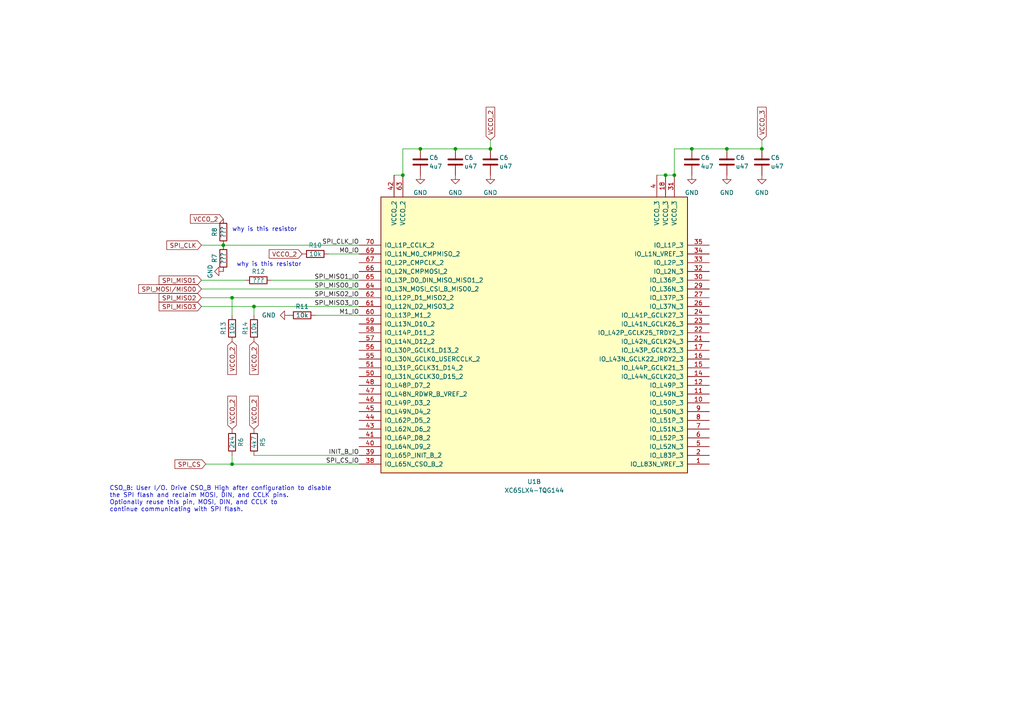
<source format=kicad_sch>
(kicad_sch (version 20230121) (generator eeschema)
  (paper "A4")
  (lib_symbols
    (symbol "Device:C" (pin_numbers hide) (pin_names (offset 0.254))
      (property "Reference" "C" (at 0.635 2.54 0))
      (property "Value" "C" (at 0.635 -2.54 0))
      (symbol "C_0_1"
        (polyline (pts (xy -2.032 -0.762) (xy 2.032 -0.762)) (stroke (width 0.508)))
        (polyline (pts (xy -2.032 0.762) (xy 2.032 0.762)) (stroke (width 0.508)))
      )
      (symbol "C_1_1"
        (pin passive line (at 0 3.81 270) (length 2.794) (name "~") (number "1"))
        (pin passive line (at 0 -3.81 90) (length 2.794) (name "~") (number "2"))
      )
    )
    (symbol "Device:R" (pin_numbers hide) (pin_names (offset 0))
      (property "Reference" "R" (at 2.032 0 90))
      (property "Value" "R" (at 0 0 90))
      (symbol "R_0_1"
        (rectangle (start -1.016 -2.54) (end 1.016 2.54) (stroke (width 0.254)))
      )
      (symbol "R_1_1"
        (pin passive line (at 0 3.81 270) (length 1.27) (name "~") (number "1"))
        (pin passive line (at 0 -3.81 90) (length 1.27) (name "~") (number "2"))
      )
    )
    (symbol "FPGA_Xilinx_Spartan6:XC6SLX4-TQG144" (pin_names (offset 1.016))
      (property "Reference" "U" (at 0 1.27 0))
      (property "Value" "XC6SLX4-TQG144" (at 0 -1.27 0))
      (symbol "XC6SLX4-TQG144_1_1"
        (rectangle (start -44.45 36.83) (end 44.45 -43.18) (stroke (width 0.254)) (fill (type background)))
        (pin bidirectional line (at 50.8 12.7 180) (length 6.35) (name "IO_L33P_1") (number "100"))
        (pin bidirectional line (at 50.8 15.24 180) (length 6.35) (name "IO_L32N_1") (number "101"))
        (pin bidirectional line (at 50.8 17.78 180) (length 6.35) (name "IO_L32P_1") (number "102"))
        (pin power_in line (at 40.64 43.18 270) (length 6.35) (name "VCCO_1") (number "103"))
        (pin bidirectional line (at 50.8 20.32 180) (length 6.35) (name "IO_L1N_VREF_1") (number "104"))
        (pin bidirectional line (at 50.8 22.86 180) (length 6.35) (name "IO_L1P_1") (number "105"))
        (pin bidirectional line (at -50.8 -40.64 0) (length 6.35) (name "IO_L66N_SCP0_0") (number "111"))
        (pin bidirectional line (at -50.8 -38.1 0) (length 6.35) (name "IO_L66P_SCP1_0") (number "112"))
        (pin bidirectional line (at -50.8 -35.56 0) (length 6.35) (name "IO_L65N_SCP2_0") (number "114"))
        (pin bidirectional line (at -50.8 -33.02 0) (length 6.35) (name "IO_L65P_SCP3_0") (number "115"))
        (pin bidirectional line (at -50.8 -30.48 0) (length 6.35) (name "IO_L64N_SCP4_0") (number "116"))
        (pin bidirectional line (at -50.8 -27.94 0) (length 6.35) (name "IO_L64P_SCP5_0") (number "117"))
        (pin bidirectional line (at -50.8 -25.4 0) (length 6.35) (name "IO_L63N_SCP6_0") (number "118"))
        (pin bidirectional line (at -50.8 -22.86 0) (length 6.35) (name "IO_L63P_SCP7_0") (number "119"))
        (pin bidirectional line (at -50.8 -20.32 0) (length 6.35) (name "IO_L62N_VREF_0") (number "120"))
        (pin bidirectional line (at -50.8 -17.78 0) (length 6.35) (name "IO_L62P_0") (number "121"))
        (pin power_in line (at -40.64 43.18 270) (length 6.35) (name "VCCO_0") (number "122"))
        (pin bidirectional line (at -50.8 -15.24 0) (length 6.35) (name "IO_L37N_GCLK12_0") (number "123"))
        (pin bidirectional line (at -50.8 -12.7 0) (length 6.35) (name "IO_L37P_GCLK13_0") (number "124"))
        (pin power_in line (at -38.1 43.18 270) (length 6.35) (name "VCCO_0") (number "125"))
        (pin bidirectional line (at -50.8 -10.16 0) (length 6.35) (name "IO_L36N_GCLK14_0") (number "126"))
        (pin bidirectional line (at -50.8 -7.62 0) (length 6.35) (name "IO_L36P_GCLK15_0") (number "127"))
        (pin bidirectional line (at -50.8 -5.08 0) (length 6.35) (name "IO_L35N_GCLK16_0") (number "131"))
        (pin bidirectional line (at -50.8 -2.54 0) (length 6.35) (name "IO_L35P_GCLK17_0") (number "132"))
        (pin bidirectional line (at -50.8 0 0) (length 6.35) (name "IO_L34N_GCLK18_0") (number "133"))
        (pin bidirectional line (at -50.8 2.54 0) (length 6.35) (name "IO_L34P_GCLK19_0") (number "134"))
        (pin power_in line (at -35.56 43.18 270) (length 6.35) (name "VCCO_0") (number "135"))
        (pin bidirectional line (at -50.8 5.08 0) (length 6.35) (name "IO_L4N_0") (number "137"))
        (pin bidirectional line (at -50.8 7.62 0) (length 6.35) (name "IO_L4P_0") (number "138"))
        (pin bidirectional line (at -50.8 10.16 0) (length 6.35) (name "IO_L3N_0") (number "139"))
        (pin bidirectional line (at -50.8 12.7 0) (length 6.35) (name "IO_L3P_0") (number "140"))
        (pin bidirectional line (at -50.8 15.24 0) (length 6.35) (name "IO_L2N_0") (number "141"))
        (pin bidirectional line (at -50.8 17.78 0) (length 6.35) (name "IO_L2P_0") (number "142"))
        (pin bidirectional line (at -50.8 20.32 0) (length 6.35) (name "IO_L1N_VREF_0") (number "143"))
        (pin bidirectional line (at -50.8 22.86 0) (length 6.35) (name "IO_L1P_HSWAPEN_0") (number "144"))
        (pin bidirectional line (at 50.8 -35.56 180) (length 6.35) (name "IO_L74N_DOUT_BUSY_1") (number "74"))
        (pin bidirectional line (at 50.8 -33.02 180) (length 6.35) (name "IO_L74P_AWAKE_1") (number "75"))
        (pin power_in line (at 35.56 43.18 270) (length 6.35) (name "VCCO_1") (number "76"))
        (pin bidirectional line (at 50.8 -30.48 180) (length 6.35) (name "IO_L47N_1") (number "78"))
        (pin bidirectional line (at 50.8 -27.94 180) (length 6.35) (name "IO_L47P_1") (number "79"))
        (pin bidirectional line (at 50.8 -25.4 180) (length 6.35) (name "IO_L46N_1") (number "80"))
        (pin bidirectional line (at 50.8 -22.86 180) (length 6.35) (name "IO_L46P_1") (number "81"))
        (pin bidirectional line (at 50.8 -20.32 180) (length 6.35) (name "IO_L45N_1") (number "82"))
        (pin bidirectional line (at 50.8 -17.78 180) (length 6.35) (name "IO_L45P_1") (number "83"))
        (pin bidirectional line (at 50.8 -15.24 180) (length 6.35) (name "IO_L43N_GCLK4_1") (number "84"))
        (pin bidirectional line (at 50.8 -12.7 180) (length 6.35) (name "IO_L43P_GCLK5_1") (number "85"))
        (pin power_in line (at 38.1 43.18 270) (length 6.35) (name "VCCO_1") (number "86"))
        (pin bidirectional line (at 50.8 -10.16 180) (length 6.35) (name "IO_L42N_GCLK6_TRDY1_1") (number "87"))
        (pin bidirectional line (at 50.8 -7.62 180) (length 6.35) (name "IO_L42P_GCLK7_1") (number "88"))
        (pin bidirectional line (at 50.8 -5.08 180) (length 6.35) (name "IO_L41N_GCLK8_1") (number "92"))
        (pin bidirectional line (at 50.8 -2.54 180) (length 6.35) (name "IO_L41P_GCLK9_IRDY1_1") (number "93"))
        (pin bidirectional line (at 50.8 0 180) (length 6.35) (name "IO_L40N_GCLK10_1") (number "94"))
        (pin bidirectional line (at 50.8 2.54 180) (length 6.35) (name "IO_L40P_GCLK11_1") (number "95"))
        (pin bidirectional line (at 50.8 5.08 180) (length 6.35) (name "IO_L34N_1") (number "97"))
        (pin bidirectional line (at 50.8 7.62 180) (length 6.35) (name "IO_L34P_1") (number "98"))
        (pin bidirectional line (at 50.8 10.16 180) (length 6.35) (name "IO_L33N_1") (number "99"))
      )
      (symbol "XC6SLX4-TQG144_2_1"
        (rectangle (start -44.45 36.83) (end 44.45 -43.18) (stroke (width 0.254)) (fill (type background)))
        (pin bidirectional line (at 50.8 -40.64 180) (length 6.35) (name "IO_L83N_VREF_3") (number "1"))
        (pin bidirectional line (at 50.8 -22.86 180) (length 6.35) (name "IO_L50P_3") (number "10"))
        (pin bidirectional line (at 50.8 -20.32 180) (length 6.35) (name "IO_L49N_3") (number "11"))
        (pin bidirectional line (at 50.8 -17.78 180) (length 6.35) (name "IO_L49P_3") (number "12"))
        (pin bidirectional line (at 50.8 -15.24 180) (length 6.35) (name "IO_L44N_GCLK20_3") (number "14"))
        (pin bidirectional line (at 50.8 -12.7 180) (length 6.35) (name "IO_L44P_GCLK21_3") (number "15"))
        (pin bidirectional line (at 50.8 -10.16 180) (length 6.35) (name "IO_L43N_GCLK22_IRDY2_3") (number "16"))
        (pin bidirectional line (at 50.8 -7.62 180) (length 6.35) (name "IO_L43P_GCLK23_3") (number "17"))
        (pin power_in line (at 38.1 43.18 270) (length 6.35) (name "VCCO_3") (number "18"))
        (pin bidirectional line (at 50.8 -38.1 180) (length 6.35) (name "IO_L83P_3") (number "2"))
        (pin bidirectional line (at 50.8 -5.08 180) (length 6.35) (name "IO_L42N_GCLK24_3") (number "21"))
        (pin bidirectional line (at 50.8 -2.54 180) (length 6.35) (name "IO_L42P_GCLK25_TRDY2_3") (number "22"))
        (pin bidirectional line (at 50.8 0 180) (length 6.35) (name "IO_L41N_GCLK26_3") (number "23"))
        (pin bidirectional line (at 50.8 2.54 180) (length 6.35) (name "IO_L41P_GCLK27_3") (number "24"))
        (pin bidirectional line (at 50.8 5.08 180) (length 6.35) (name "IO_L37N_3") (number "26"))
        (pin bidirectional line (at 50.8 7.62 180) (length 6.35) (name "IO_L37P_3") (number "27"))
        (pin bidirectional line (at 50.8 10.16 180) (length 6.35) (name "IO_L36N_3") (number "29"))
        (pin bidirectional line (at 50.8 12.7 180) (length 6.35) (name "IO_L36P_3") (number "30"))
        (pin power_in line (at 40.64 43.18 270) (length 6.35) (name "VCCO_3") (number "31"))
        (pin bidirectional line (at 50.8 15.24 180) (length 6.35) (name "IO_L2N_3") (number "32"))
        (pin bidirectional line (at 50.8 17.78 180) (length 6.35) (name "IO_L2P_3") (number "33"))
        (pin bidirectional line (at 50.8 20.32 180) (length 6.35) (name "IO_L1N_VREF_3") (number "34"))
        (pin bidirectional line (at 50.8 22.86 180) (length 6.35) (name "IO_L1P_3") (number "35"))
        (pin bidirectional line (at -50.8 -40.64 0) (length 6.35) (name "IO_L65N_CSO_B_2") (number "38"))
        (pin bidirectional line (at -50.8 -38.1 0) (length 6.35) (name "IO_L65P_INIT_B_2") (number "39"))
        (pin power_in line (at 35.56 43.18 270) (length 6.35) (name "VCCO_3") (number "4"))
        (pin bidirectional line (at -50.8 -35.56 0) (length 6.35) (name "IO_L64N_D9_2") (number "40"))
        (pin bidirectional line (at -50.8 -33.02 0) (length 6.35) (name "IO_L64P_D8_2") (number "41"))
        (pin power_in line (at -40.64 43.18 270) (length 6.35) (name "VCCO_2") (number "42"))
        (pin bidirectional line (at -50.8 -30.48 0) (length 6.35) (name "IO_L62N_D6_2") (number "43"))
        (pin bidirectional line (at -50.8 -27.94 0) (length 6.35) (name "IO_L62P_D5_2") (number "44"))
        (pin bidirectional line (at -50.8 -25.4 0) (length 6.35) (name "IO_L49N_D4_2") (number "45"))
        (pin bidirectional line (at -50.8 -22.86 0) (length 6.35) (name "IO_L49P_D3_2") (number "46"))
        (pin bidirectional line (at -50.8 -20.32 0) (length 6.35) (name "IO_L48N_RDWR_B_VREF_2") (number "47"))
        (pin bidirectional line (at -50.8 -17.78 0) (length 6.35) (name "IO_L48P_D7_2") (number "48"))
        (pin bidirectional line (at 50.8 -35.56 180) (length 6.35) (name "IO_L52N_3") (number "5"))
        (pin bidirectional line (at -50.8 -15.24 0) (length 6.35) (name "IO_L31N_GCLK30_D15_2") (number "50"))
        (pin bidirectional line (at -50.8 -12.7 0) (length 6.35) (name "IO_L31P_GCLK31_D14_2") (number "51"))
        (pin bidirectional line (at -50.8 -10.16 0) (length 6.35) (name "IO_L30N_GCLK0_USERCCLK_2") (number "55"))
        (pin bidirectional line (at -50.8 -7.62 0) (length 6.35) (name "IO_L30P_GCLK1_D13_2") (number "56"))
        (pin bidirectional line (at -50.8 -5.08 0) (length 6.35) (name "IO_L14N_D12_2") (number "57"))
        (pin bidirectional line (at -50.8 -2.54 0) (length 6.35) (name "IO_L14P_D11_2") (number "58"))
        (pin bidirectional line (at -50.8 0 0) (length 6.35) (name "IO_L13N_D10_2") (number "59"))
        (pin bidirectional line (at 50.8 -33.02 180) (length 6.35) (name "IO_L52P_3") (number "6"))
        (pin bidirectional line (at -50.8 2.54 0) (length 6.35) (name "IO_L13P_M1_2") (number "60"))
        (pin bidirectional line (at -50.8 5.08 0) (length 6.35) (name "IO_L12N_D2_MISO3_2") (number "61"))
        (pin bidirectional line (at -50.8 7.62 0) (length 6.35) (name "IO_L12P_D1_MISO2_2") (number "62"))
        (pin power_in line (at -38.1 43.18 270) (length 6.35) (name "VCCO_2") (number "63"))
        (pin bidirectional line (at -50.8 10.16 0) (length 6.35) (name "IO_L3N_MOSI_CSI_B_MISO0_2") (number "64"))
        (pin bidirectional line (at -50.8 12.7 0) (length 6.35) (name "IO_L3P_D0_DIN_MISO_MISO1_2") (number "65"))
        (pin bidirectional line (at -50.8 15.24 0) (length 6.35) (name "IO_L2N_CMPMOSI_2") (number "66"))
        (pin bidirectional line (at -50.8 17.78 0) (length 6.35) (name "IO_L2P_CMPCLK_2") (number "67"))
        (pin bidirectional line (at -50.8 20.32 0) (length 6.35) (name "IO_L1N_M0_CMPMISO_2") (number "69"))
        (pin bidirectional line (at 50.8 -30.48 180) (length 6.35) (name "IO_L51N_3") (number "7"))
        (pin bidirectional line (at -50.8 22.86 0) (length 6.35) (name "IO_L1P_CCLK_2") (number "70"))
        (pin bidirectional line (at 50.8 -27.94 180) (length 6.35) (name "IO_L51P_3") (number "8"))
        (pin bidirectional line (at 50.8 -25.4 180) (length 6.35) (name "IO_L50N_3") (number "9"))
      )
      (symbol "XC6SLX4-TQG144_3_1"
        (rectangle (start -31.75 15.24) (end 31.75 -15.24) (stroke (width 0.254)) (fill (type background)))
        (pin bidirectional line (at 38.1 10.16 180) (length 6.35) (name "TDO") (number "106"))
        (pin bidirectional line (at 38.1 7.62 180) (length 6.35) (name "TMS") (number "107"))
        (pin bidirectional line (at 38.1 5.08 180) (length 6.35) (name "TCK") (number "109"))
        (pin bidirectional line (at 38.1 12.7 180) (length 6.35) (name "TDI") (number "110"))
        (pin bidirectional line (at 38.1 -2.54 180) (length 6.35) (name "PROGRAM_B_2") (number "37"))
        (pin bidirectional line (at 38.1 0 180) (length 6.35) (name "DONE_2") (number "71"))
        (pin bidirectional line (at 38.1 -12.7 180) (length 6.35) (name "CMPCS_B_2") (number "72"))
        (pin bidirectional line (at 38.1 -7.62 180) (length 6.35) (name "SUSPEND") (number "73"))
      )
      (symbol "XC6SLX4-TQG144_4_1"
        (rectangle (start -19.05 17.78) (end 19.05 -17.78) (stroke (width 0.254)) (fill (type background)))
        (pin power_in line (at 25.4 -7.62 180) (length 6.35) (name "GND") (number "108"))
        (pin power_in line (at 25.4 -10.16 180) (length 6.35) (name "GND") (number "113"))
        (pin power_in line (at 25.4 5.08 180) (length 6.35) (name "VCCINT") (number "128"))
        (pin power_in line (at -25.4 5.08 0) (length 6.35) (name "VCCAUX") (number "129"))
        (pin power_in line (at -25.4 -2.54 0) (length 6.35) (name "GND") (number "13"))
        (pin power_in line (at 25.4 -12.7 180) (length 6.35) (name "GND") (number "130"))
        (pin power_in line (at 25.4 -15.24 180) (length 6.35) (name "GND") (number "136"))
        (pin power_in line (at 25.4 15.24 180) (length 6.35) (name "VCCINT") (number "19"))
        (pin power_in line (at -25.4 15.24 0) (length 6.35) (name "VCCAUX") (number "20"))
        (pin power_in line (at -25.4 -5.08 0) (length 6.35) (name "GND") (number "25"))
        (pin power_in line (at 25.4 12.7 180) (length 6.35) (name "VCCINT") (number "28"))
        (pin power_in line (at -25.4 0 0) (length 6.35) (name "GND") (number "3"))
        (pin power_in line (at -25.4 12.7 0) (length 6.35) (name "VCCAUX") (number "36"))
        (pin power_in line (at -25.4 -7.62 0) (length 6.35) (name "GND") (number "49"))
        (pin power_in line (at 25.4 10.16 180) (length 6.35) (name "VCCINT") (number "52"))
        (pin power_in line (at -25.4 10.16 0) (length 6.35) (name "VCCAUX") (number "53"))
        (pin power_in line (at -25.4 -10.16 0) (length 6.35) (name "GND") (number "54"))
        (pin power_in line (at -25.4 -12.7 0) (length 6.35) (name "GND") (number "68"))
        (pin power_in line (at -25.4 -15.24 0) (length 6.35) (name "GND") (number "77"))
        (pin power_in line (at 25.4 7.62 180) (length 6.35) (name "VCCINT") (number "89"))
        (pin power_in line (at -25.4 7.62 0) (length 6.35) (name "VCCAUX") (number "90"))
        (pin power_in line (at 25.4 -2.54 180) (length 6.35) (name "GND") (number "91"))
        (pin power_in line (at 25.4 -5.08 180) (length 6.35) (name "GND") (number "96"))
      )
    )
    (symbol "power:GND" (power) (pin_names (offset 0))
      (property "Value" "GND" (at 0 -3.81 0))
      (symbol "GND_0_1"
        (polyline (pts (xy 0 0) (xy 0 -1.27) (xy 1.27 -1.27) (xy 0 -2.54) (xy -1.27 -1.27) (xy 0 -1.27)))
      )
      (symbol "GND_1_1"
        (pin power_in line (at 0 0 270) (length 0) hide (name "GND") (number "1"))
      )
    )
  )
  (junction (at 73.66 88.9))
  (junction (at 116.84 50.8))
  (junction (at 200.66 43.18))
  (junction (at 67.31 134.62))
  (junction (at 132.08 43.18))
  (junction (at 210.82 43.18))
  (junction (at 195.58 50.8))
  (junction (at 193.04 50.8))
  (junction (at 142.24 43.18))
  (junction (at 220.98 43.18))
  (junction (at 121.92 43.18))
  (junction (at 64.77 71.12))
  (junction (at 67.31 86.36))
  (wire (pts (xy 67.31 91.44) (xy 67.31 86.36)))
  (wire (pts (xy 64.77 71.12) (xy 104.14 71.12)))
  (wire (pts (xy 59.69 134.62) (xy 67.31 134.62)))
  (wire (pts (xy 220.98 40.64) (xy 220.98 43.18)))
  (wire (pts (xy 67.31 132.08) (xy 67.31 134.62)))
  (wire (pts (xy 116.84 50.8) (xy 114.3 50.8)))
  (wire (pts (xy 190.5 50.8) (xy 193.04 50.8)))
  (wire (pts (xy 58.42 81.28) (xy 71.12 81.28)))
  (wire (pts (xy 58.42 83.82) (xy 104.14 83.82)))
  (wire (pts (xy 67.31 134.62) (xy 104.14 134.62)))
  (wire (pts (xy 200.66 43.18) (xy 195.58 43.18)))
  (wire (pts (xy 142.24 43.18) (xy 132.08 43.18)))
  (wire (pts (xy 67.31 86.36) (xy 104.14 86.36)))
  (wire (pts (xy 193.04 50.8) (xy 195.58 50.8)))
  (wire (pts (xy 91.44 91.44) (xy 104.14 91.44)))
  (wire (pts (xy 142.24 40.64) (xy 142.24 43.18)))
  (wire (pts (xy 78.74 81.28) (xy 104.14 81.28)))
  (wire (pts (xy 132.08 43.18) (xy 121.92 43.18)))
  (wire (pts (xy 95.25 73.66) (xy 104.14 73.66)))
  (wire (pts (xy 58.42 88.9) (xy 73.66 88.9)))
  (wire (pts (xy 116.84 43.18) (xy 116.84 50.8)))
  (wire (pts (xy 58.42 86.36) (xy 67.31 86.36)))
  (wire (pts (xy 58.42 71.12) (xy 64.77 71.12)))
  (wire (pts (xy 195.58 43.18) (xy 195.58 50.8)))
  (wire (pts (xy 220.98 43.18) (xy 210.82 43.18)))
  (wire (pts (xy 73.66 88.9) (xy 104.14 88.9)))
  (wire (pts (xy 210.82 43.18) (xy 200.66 43.18)))
  (wire (pts (xy 121.92 43.18) (xy 116.84 43.18)))
  (wire (pts (xy 73.66 132.08) (xy 104.14 132.08)))
  (wire (pts (xy 73.66 91.44) (xy 73.66 88.9)))
  (text "why is this resistor" (at 68.58 77.47 0) (effects (font (size 1.27 1.27)) (justify left bottom)))
  (text "why is this resistor" (at 67.31 67.31 0) (effects (font (size 1.27 1.27)) (justify left bottom)))
  (text "CSO_B: User I/O. Drive CSO_B High after configuration to disable \nthe SPI flash and reclaim MOSI, DIN, and CCLK pins. \nOptionally reuse this pin, MOSI, DIN, and CCLK to \ncontinue communicating with SPI flash." (at 31.75 148.59 0) (effects (font (size 1.27 1.27)) (justify left bottom)))
  (label "SPI_MISO3_IO" (at 104.14 88.9 180))
  (label "M0_IO" (at 104.14 73.66 180))
  (label "M1_IO" (at 104.14 91.44 180))
  (label "SPI_MISO1_IO" (at 104.14 81.28 180))
  (label "INIT_B_IO" (at 104.14 132.08 180))
  (label "SPI_CLK_IO" (at 104.14 71.12 180))
  (label "SPI_CS_IO" (at 104.14 134.62 180))
  (label "SPI_MISO2_IO" (at 104.14 86.36 180))
  (label "SPI_MISO0_IO" (at 104.14 83.82 180))
  (global_label "SPI_MISO1" (shape input) (at 58.42 81.28 180) (property "Intersheetrefs" "${INTERSHEET_REFS}" (effects hide)))
  (global_label "SPI_MISO2" (shape input) (at 58.42 86.36 180) (property "Intersheetrefs" "${INTERSHEET_REFS}" (effects hide)))
  (global_label "VCCO_2" (shape input) (at 87.63 73.66 180) (property "Intersheetrefs" "${INTERSHEET_REFS}" (effects hide)))
  (global_label "VCCO_2" (shape input) (at 73.66 124.46 90) (property "Intersheetrefs" "${INTERSHEET_REFS}" (effects hide)))
  (global_label "SPI_MOSI{slash}MISO0" (shape input) (at 58.42 83.82 180) (property "Intersheetrefs" "${INTERSHEET_REFS}" (effects hide)))
  (global_label "VCCO_2" (shape input) (at 73.66 99.06 270) (property "Intersheetrefs" "${INTERSHEET_REFS}" (effects hide)))
  (global_label "VCCO_3" (shape input) (at 220.98 40.64 90) (property "Intersheetrefs" "${INTERSHEET_REFS}" (effects hide)))
  (global_label "SPI_CS" (shape input) (at 59.69 134.62 180) (property "Intersheetrefs" "${INTERSHEET_REFS}" (effects hide)))
  (global_label "VCCO_2" (shape input) (at 142.24 40.64 90) (property "Intersheetrefs" "${INTERSHEET_REFS}" (effects hide)))
  (global_label "VCCO_2" (shape input) (at 64.77 63.5 180) (property "Intersheetrefs" "${INTERSHEET_REFS}" (effects hide)))
  (global_label "VCCO_2" (shape input) (at 67.31 124.46 90) (property "Intersheetrefs" "${INTERSHEET_REFS}" (effects hide)))
  (global_label "VCCO_2" (shape input) (at 67.31 99.06 270) (property "Intersheetrefs" "${INTERSHEET_REFS}" (effects hide)))
  (global_label "SPI_CLK" (shape input) (at 58.42 71.12 180) (property "Intersheetrefs" "${INTERSHEET_REFS}" (effects hide)))
  (global_label "SPI_MISO3" (shape input) (at 58.42 88.9 180) (property "Intersheetrefs" "${INTERSHEET_REFS}" (effects hide)))
  (symbol (lib_id "power:GND") (at 121.92 50.8 0) (unit 1)
    (property "Reference" "#PWR016" (effects hide))
    (property "Value" "GND" (at 121.92 55.88 0))
    (instances (project "fpga" (path "" (reference "#PWR016") (unit 1)) (path "" (reference "#PWR024") (unit 1)) (path "" (reference "#PWR030") (unit 1))))
  )
  (symbol (lib_id "power:GND") (at 83.82 91.44 270) (unit 1)
    (property "Reference" "#PWR06" (effects hide))
    (property "Value" "GND" (at 80.01 91.44 90) (effects (justify right)))
  )
  (symbol (lib_id "power:GND") (at 142.24 50.8 0) (unit 1)
    (property "Reference" "#PWR016" (effects hide))
    (property "Value" "GND" (at 142.24 55.88 0))
    (instances (project "fpga" (path "" (reference "#PWR016") (unit 1)) (path "" (reference "#PWR026") (unit 1)) (path "" (reference "#PWR032") (unit 1))))
  )
  (symbol (lib_id "Device:C") (at 210.82 46.99 0) (unit 1)
    (property "Reference" "C6" (at 213.36 45.72 0) (effects (justify left)))
    (property "Value" "u47" (at 213.36 48.26 0) (effects (justify left)))
    (instances (project "fpga" (path "" (reference "C6") (unit 1)) (path "" (reference "C15") (unit 1)) (path "" (reference "C24") (unit 1))))
  )
  (symbol (lib_id "power:GND") (at 200.66 50.8 0) (unit 1)
    (property "Reference" "#PWR016" (effects hide))
    (property "Value" "GND" (at 200.66 55.88 0))
    (instances (project "fpga" (path "" (reference "#PWR016") (unit 1)) (path "" (reference "#PWR024") (unit 1)) (path "" (reference "#PWR033") (unit 1))))
  )
  (symbol (lib_id "Device:R") (at 67.31 95.25 180) (unit 1)
    (property "Reference" "R13" (at 64.77 95.25 90))
    (property "Value" "10k" (at 67.31 95.25 90))
  )
  (symbol (lib_id "power:GND") (at 64.77 78.74 270) (unit 1)
    (property "Reference" "#PWR03" (effects hide))
    (property "Value" "GND" (at 60.96 78.74 0))
  )
  (symbol (lib_id "Device:C") (at 121.92 46.99 0) (unit 1)
    (property "Reference" "C6" (at 124.46 45.72 0) (effects (justify left)))
    (property "Value" "4u7" (at 124.46 48.26 0) (effects (justify left)))
    (instances (project "fpga" (path "" (reference "C6") (unit 1)) (path "" (reference "C14") (unit 1)) (path "" (reference "C20") (unit 1))))
  )
  (symbol (lib_id "Device:R") (at 67.31 128.27 0) (unit 1)
    (property "Reference" "R6" (at 69.85 128.27 90))
    (property "Value" "2k4" (at 67.31 128.27 90))
  )
  (symbol (lib_id "Device:C") (at 220.98 46.99 0) (unit 1)
    (property "Reference" "C6" (at 223.52 45.72 0) (effects (justify left)))
    (property "Value" "u47" (at 223.52 48.26 0) (effects (justify left)))
    (instances (project "fpga" (path "" (reference "C6") (unit 1)) (path "" (reference "C16") (unit 1)) (path "" (reference "C25") (unit 1))))
  )
  (symbol (lib_id "Device:R") (at 74.93 81.28 90) (unit 1)
    (property "Reference" "R12" (at 74.93 78.74 90))
    (property "Value" "???" (at 74.93 81.28 90))
  )
  (symbol (lib_id "Device:R") (at 64.77 74.93 180) (unit 1)
    (property "Reference" "R7" (at 62.23 74.93 90))
    (property "Value" "???" (at 64.77 74.93 90))
  )
  (symbol (lib_id "power:GND") (at 132.08 50.8 0) (unit 1)
    (property "Reference" "#PWR016" (effects hide))
    (property "Value" "GND" (at 132.08 55.88 0))
    (instances (project "fpga" (path "" (reference "#PWR016") (unit 1)) (path "" (reference "#PWR025") (unit 1)) (path "" (reference "#PWR031") (unit 1))))
  )
  (symbol (lib_id "Device:C") (at 200.66 46.99 0) (unit 1)
    (property "Reference" "C6" (at 203.2 45.72 0) (effects (justify left)))
    (property "Value" "4u7" (at 203.2 48.26 0) (effects (justify left)))
    (instances (project "fpga" (path "" (reference "C6") (unit 1)) (path "" (reference "C14") (unit 1)) (path "" (reference "C23") (unit 1))))
  )
  (symbol (lib_id "power:GND") (at 210.82 50.8 0) (unit 1)
    (property "Reference" "#PWR016" (effects hide))
    (property "Value" "GND" (at 210.82 55.88 0))
    (instances (project "fpga" (path "" (reference "#PWR016") (unit 1)) (path "" (reference "#PWR025") (unit 1)) (path "" (reference "#PWR034") (unit 1))))
  )
  (symbol (lib_id "Device:C") (at 132.08 46.99 0) (unit 1)
    (property "Reference" "C6" (at 134.62 45.72 0) (effects (justify left)))
    (property "Value" "u47" (at 134.62 48.26 0) (effects (justify left)))
    (instances (project "fpga" (path "" (reference "C6") (unit 1)) (path "" (reference "C15") (unit 1)) (path "" (reference "C21") (unit 1))))
  )
  (symbol (lib_id "Device:R") (at 73.66 95.25 180) (unit 1)
    (property "Reference" "R14" (at 71.12 95.25 90))
    (property "Value" "10k" (at 73.66 95.25 90))
  )
  (symbol (lib_id "Device:R") (at 87.63 91.44 90) (unit 1)
    (property "Reference" "R11" (at 87.63 88.9 90))
    (property "Value" "10k" (at 87.63 91.44 90))
  )
  (symbol (lib_id "Device:R") (at 64.77 67.31 180) (unit 1)
    (property "Reference" "R8" (at 62.23 67.31 90))
    (property "Value" "???" (at 64.77 67.31 90))
  )
  (symbol (lib_id "Device:C") (at 142.24 46.99 0) (unit 1)
    (property "Reference" "C6" (at 144.78 45.72 0) (effects (justify left)))
    (property "Value" "u47" (at 144.78 48.26 0) (effects (justify left)))
    (instances (project "fpga" (path "" (reference "C6") (unit 1)) (path "" (reference "C16") (unit 1)) (path "" (reference "C22") (unit 1))))
  )
  (symbol (lib_id "FPGA_Xilinx_Spartan6:XC6SLX4-TQG144") (at 154.94 93.98 0) (unit 2)
    (property "Reference" "U1" (at 154.94 139.7 0))
    (property "Value" "XC6SLX4-TQG144" (at 154.94 142.24 0))
    (instances (project "fpga" (path "" (reference "U1") (unit 2)) (path "" (reference "U2") (unit 2)) (path "" (reference "U3") (unit 2))))
  )
  (symbol (lib_id "Device:R") (at 73.66 128.27 0) (unit 1)
    (property "Reference" "R5" (at 76.2 128.27 90))
    (property "Value" "4k7" (at 73.66 128.27 90))
  )
  (symbol (lib_id "power:GND") (at 220.98 50.8 0) (unit 1)
    (property "Reference" "#PWR016" (effects hide))
    (property "Value" "GND" (at 220.98 55.88 0))
    (instances (project "fpga" (path "" (reference "#PWR016") (unit 1)) (path "" (reference "#PWR026") (unit 1)) (path "" (reference "#PWR035") (unit 1))))
  )
  (symbol (lib_id "Device:R") (at 91.44 73.66 90) (unit 1)
    (property "Reference" "R10" (at 91.44 71.12 90))
    (property "Value" "10k" (at 91.44 73.66 90))
  )
)
</source>
